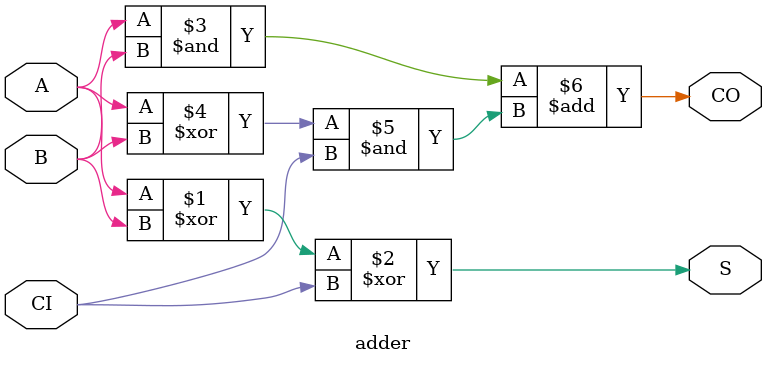
<source format=v>
module adder(A, B, CI, S, CO);
	
	input A, B, CI;
	output S, CO;
	
	assign S = A ^ B ^ CI;
	assign CO = (A & B) + ((A ^ B) & CI);
	
endmodule
</source>
